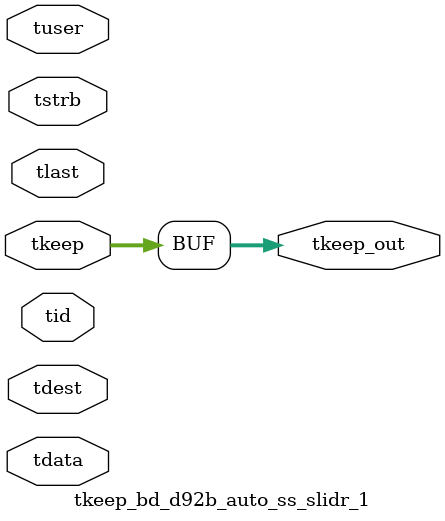
<source format=v>


`timescale 1ps/1ps

module tkeep_bd_d92b_auto_ss_slidr_1 #
(
parameter C_S_AXIS_TDATA_WIDTH = 32,
parameter C_S_AXIS_TUSER_WIDTH = 0,
parameter C_S_AXIS_TID_WIDTH   = 0,
parameter C_S_AXIS_TDEST_WIDTH = 0,
parameter C_M_AXIS_TDATA_WIDTH = 32
)
(
input  [(C_S_AXIS_TDATA_WIDTH == 0 ? 1 : C_S_AXIS_TDATA_WIDTH)-1:0     ] tdata,
input  [(C_S_AXIS_TUSER_WIDTH == 0 ? 1 : C_S_AXIS_TUSER_WIDTH)-1:0     ] tuser,
input  [(C_S_AXIS_TID_WIDTH   == 0 ? 1 : C_S_AXIS_TID_WIDTH)-1:0       ] tid,
input  [(C_S_AXIS_TDEST_WIDTH == 0 ? 1 : C_S_AXIS_TDEST_WIDTH)-1:0     ] tdest,
input  [(C_S_AXIS_TDATA_WIDTH/8)-1:0 ] tkeep,
input  [(C_S_AXIS_TDATA_WIDTH/8)-1:0 ] tstrb,
input                                                                    tlast,
output [(C_M_AXIS_TDATA_WIDTH/8)-1:0 ] tkeep_out
);

assign tkeep_out = {tkeep[7:0]};

endmodule


</source>
